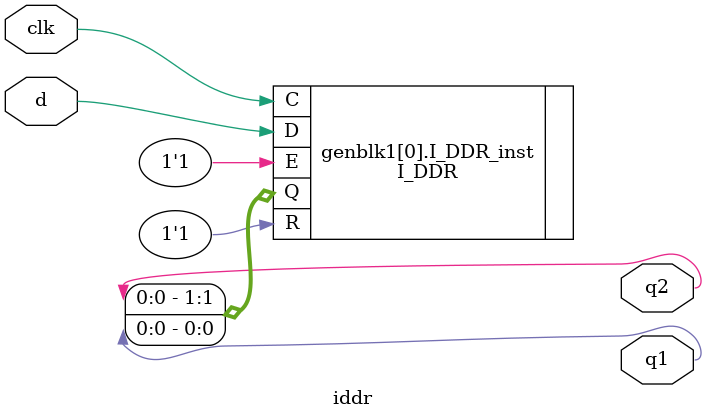
<source format=v>
/*

Copyright (c) 2016-2018 Alex Forencich

Permission is hereby granted, free of charge, to any person obtaining a copy
of this software and associated documentation files (the "Software"), to deal
in the Software without restriction, including without limitation the rights
to use, copy, modify, merge, publish, distribute, sublicense, and/or sell
copies of the Software, and to permit persons to whom the Software is
furnished to do so, subject to the following conditions:

The above copyright notice and this permission notice shall be included in
all copies or substantial portions of the Software.

THE SOFTWARE IS PROVIDED "AS IS", WITHOUT WARRANTY OF ANY KIND, EXPRESS OR
IMPLIED, INCLUDING BUT NOT LIMITED TO THE WARRANTIES OF MERCHANTABILITY
FITNESS FOR A PARTICULAR PURPOSE AND NONINFRINGEMENT. IN NO EVENT SHALL THE
AUTHORS OR COPYRIGHT HOLDERS BE LIABLE FOR ANY CLAIM, DAMAGES OR OTHER
LIABILITY, WHETHER IN AN ACTION OF CONTRACT, TORT OR OTHERWISE, ARISING FROM,
OUT OF OR IN CONNECTION WITH THE SOFTWARE OR THE USE OR OTHER DEALINGS IN
THE SOFTWARE.

*/

// Language: Verilog 2001

`resetall
`timescale 1ns / 1ps
`default_nettype none

/*
 * Generic IDDR module
 */
module iddr #
(
    // Width of register in bits
    parameter WIDTH = 1
)
(
    input  wire             clk,

    input  wire [WIDTH-1:0] d,

    output wire [WIDTH-1:0] q1,
    output wire [WIDTH-1:0] q2
);

/*

Provides a consistent input DDR flip flop across multiple FPGA families
              _____       _____       _____       _____       ____
    clk  ____/     \_____/     \_____/     \_____/     \_____/
         _ _____ _____ _____ _____ _____ _____ _____ _____ _____ _
    d    _X_D0__X_D1__X_D2__X_D3__X_D4__X_D5__X_D6__X_D7__X_D8__X_
         _______ ___________ ___________ ___________ ___________ _
    q1   _______X___________X____D0_____X____D2_____X____D4_____X_
         _______ ___________ ___________ ___________ ___________ _
    q2   _______X___________X____D1_____X____D3_____X____D5_____X_

*/

genvar i;
generate
    for (i = 0; i <= WIDTH-1; i = i+1) begin
        I_DDR  I_DDR_inst (
            .D(d[i]),
            .R(1'b1),
            .E(1'b1),
            .C(clk),
            .Q({q2[i], q1[i]})
        );
    end
endgenerate

endmodule

`resetall

</source>
